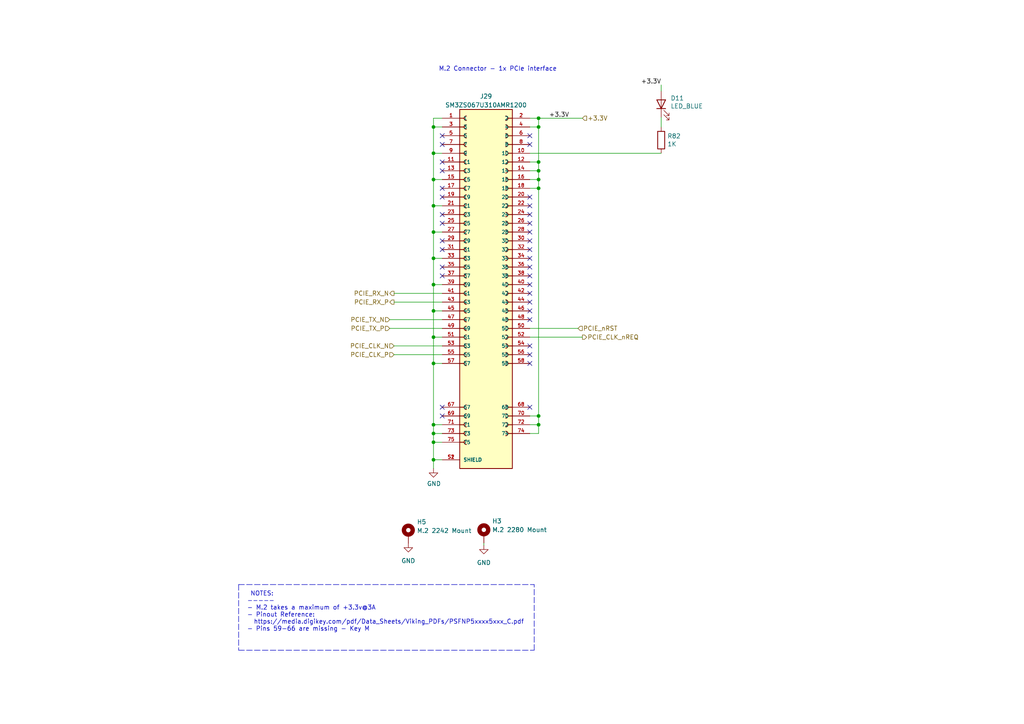
<source format=kicad_sch>
(kicad_sch (version 20230121) (generator eeschema)
  (paper "A4")
  (title_block (title "Penta-Pi") (date "2022-09-05") (rev "2.0") (comment 1 "fjc"))
  (lib_symbols
    (symbol "CM4IO:SM3ZS067U310AMR1200" (pin_names (offset 1.016))
      (property "Reference" "J" (at -7.62 51.562 0))
      (property "Value" "SM3ZS067U310AMR1200" (at -7.62 -55.88 0))
      (symbol "SM3ZS067U310AMR1200_0_0"
        (rectangle (start -7.62 -53.34) (end 7.62 50.8) (stroke (width 0.254)) (fill (type background)))
        (arc (start -5.715 -45.085) (mid -6.3473 -45.72) (end -5.715 -46.355) (stroke (width 0.254)))
        (arc (start -5.715 -42.545) (mid -6.3473 -43.18) (end -5.715 -43.815) (stroke (width 0.254)))
        (arc (start -5.715 -40.005) (mid -6.3473 -40.64) (end -5.715 -41.275) (stroke (width 0.254)))
        (arc (start -5.715 -37.465) (mid -6.3473 -38.1) (end -5.715 -38.735) (stroke (width 0.254)))
        (arc (start -5.715 -34.925) (mid -6.3473 -35.56) (end -5.715 -36.195) (stroke (width 0.254)))
        (arc (start -5.715 -22.225) (mid -6.3473 -22.86) (end -5.715 -23.495) (stroke (width 0.254)))
        (arc (start -5.715 -19.685) (mid -6.3473 -20.32) (end -5.715 -20.955) (stroke (width 0.254)))
        (arc (start -5.715 -17.145) (mid -6.3473 -17.78) (end -5.715 -18.415) (stroke (width 0.254)))
        (arc (start -5.715 -14.605) (mid -6.3473 -15.24) (end -5.715 -15.875) (stroke (width 0.254)))
        (arc (start -5.715 -12.065) (mid -6.3473 -12.7) (end -5.715 -13.335) (stroke (width 0.254)))
        (arc (start -5.715 -9.525) (mid -6.3473 -10.16) (end -5.715 -10.795) (stroke (width 0.254)))
        (arc (start -5.715 -6.985) (mid -6.3473 -7.62) (end -5.715 -8.255) (stroke (width 0.254)))
        (arc (start -5.715 -4.445) (mid -6.3473 -5.08) (end -5.715 -5.715) (stroke (width 0.254)))
        (arc (start -5.715 -1.905) (mid -6.3473 -2.54) (end -5.715 -3.175) (stroke (width 0.254)))
        (arc (start -5.715 0.635) (mid -6.3473 0) (end -5.715 -0.635) (stroke (width 0.254)))
        (arc (start -5.715 3.175) (mid -6.3473 2.54) (end -5.715 1.905) (stroke (width 0.254)))
        (arc (start -5.715 5.715) (mid -6.3473 5.08) (end -5.715 4.445) (stroke (width 0.254)))
        (arc (start -5.715 8.255) (mid -6.3473 7.62) (end -5.715 6.985) (stroke (width 0.254)))
        (arc (start -5.715 10.795) (mid -6.3473 10.16) (end -5.715 9.525) (stroke (width 0.254)))
        (arc (start -5.715 13.335) (mid -6.3473 12.7) (end -5.715 12.065) (stroke (width 0.254)))
        (arc (start -5.715 15.875) (mid -6.3473 15.24) (end -5.715 14.605) (stroke (width 0.254)))
        (arc (start -5.715 18.415) (mid -6.3473 17.78) (end -5.715 17.145) (stroke (width 0.254)))
        (arc (start -5.715 20.955) (mid -6.3473 20.32) (end -5.715 19.685) (stroke (width 0.254)))
        (arc (start -5.715 23.495) (mid -6.3473 22.86) (end -5.715 22.225) (stroke (width 0.254)))
        (arc (start -5.715 26.035) (mid -6.3473 25.4) (end -5.715 24.765) (stroke (width 0.254)))
        (arc (start -5.715 28.575) (mid -6.3473 27.94) (end -5.715 27.305) (stroke (width 0.254)))
        (arc (start -5.715 31.115) (mid -6.3473 30.48) (end -5.715 29.845) (stroke (width 0.254)))
        (arc (start -5.715 33.655) (mid -6.3473 33.02) (end -5.715 32.385) (stroke (width 0.254)))
        (arc (start -5.715 36.195) (mid -6.3473 35.56) (end -5.715 34.925) (stroke (width 0.254)))
        (arc (start -5.715 38.735) (mid -6.3473 38.1) (end -5.715 37.465) (stroke (width 0.254)))
        (arc (start -5.715 41.275) (mid -6.3473 40.64) (end -5.715 40.005) (stroke (width 0.254)))
        (arc (start -5.715 43.815) (mid -6.3473 43.18) (end -5.715 42.545) (stroke (width 0.254)))
        (arc (start -5.715 46.355) (mid -6.3473 45.72) (end -5.715 45.085) (stroke (width 0.254)))
        (arc (start -5.715 48.895) (mid -6.3473 48.26) (end -5.715 47.625) (stroke (width 0.254)))
        (polyline (pts (xy -7.62 -45.72) (xy -6.35 -45.72)) (stroke (width 0.254)))
        (polyline (pts (xy -7.62 -43.18) (xy -6.35 -43.18)) (stroke (width 0.254)))
        (polyline (pts (xy -7.62 -40.64) (xy -6.35 -40.64)) (stroke (width 0.254)))
        (polyline (pts (xy -7.62 -38.1) (xy -6.35 -38.1)) (stroke (width 0.254)))
        (polyline (pts (xy -7.62 -35.56) (xy -6.35 -35.56)) (stroke (width 0.254)))
        (polyline (pts (xy -7.62 -22.86) (xy -6.35 -22.86)) (stroke (width 0.254)))
        (polyline (pts (xy -7.62 -20.32) (xy -6.35 -20.32)) (stroke (width 0.254)))
        (polyline (pts (xy -7.62 -17.78) (xy -6.35 -17.78)) (stroke (width 0.254)))
        (polyline (pts (xy -7.62 -15.24) (xy -6.35 -15.24)) (stroke (width 0.254)))
        (polyline (pts (xy -7.62 -12.7) (xy -6.35 -12.7)) (stroke (width 0.254)))
        (polyline (pts (xy -7.62 -10.16) (xy -6.35 -10.16)) (stroke (width 0.254)))
        (polyline (pts (xy -7.62 -7.62) (xy -6.35 -7.62)) (stroke (width 0.254)))
        (polyline (pts (xy -7.62 -5.08) (xy -6.35 -5.08)) (stroke (width 0.254)))
        (polyline (pts (xy -7.62 -2.54) (xy -6.35 -2.54)) (stroke (width 0.254)))
        (polyline (pts (xy -7.62 0) (xy -6.35 0)) (stroke (width 0.254)))
        (polyline (pts (xy -7.62 2.54) (xy -6.35 2.54)) (stroke (width 0.254)))
        (polyline (pts (xy -7.62 5.08) (xy -6.35 5.08)) (stroke (width 0.254)))
        (polyline (pts (xy -7.62 7.62) (xy -6.35 7.62)) (stroke (width 0.254)))
        (polyline (pts (xy -7.62 10.16) (xy -6.35 10.16)) (stroke (width 0.254)))
        (polyline (pts (xy -7.62 12.7) (xy -6.35 12.7)) (stroke (width 0.254)))
        (polyline (pts (xy -7.62 15.24) (xy -6.35 15.24)) (stroke (width 0.254)))
        (polyline (pts (xy -7.62 17.78) (xy -6.35 17.78)) (stroke (width 0.254)))
        (polyline (pts (xy -7.62 20.32) (xy -6.35 20.32)) (stroke (width 0.254)))
        (polyline (pts (xy -7.62 22.86) (xy -6.35 22.86)) (stroke (width 0.254)))
        (polyline (pts (xy -7.62 25.4) (xy -6.35 25.4)) (stroke (width 0.254)))
        (polyline (pts (xy -7.62 27.94) (xy -6.35 27.94)) (stroke (width 0.254)))
        (polyline (pts (xy -7.62 30.48) (xy -6.35 30.48)) (stroke (width 0.254)))
        (polyline (pts (xy -7.62 33.02) (xy -6.35 33.02)) (stroke (width 0.254)))
        (polyline (pts (xy -7.62 35.56) (xy -6.35 35.56)) (stroke (width 0.254)))
        (polyline (pts (xy -7.62 38.1) (xy -6.35 38.1)) (stroke (width 0.254)))
        (polyline (pts (xy -7.62 40.64) (xy -6.35 40.64)) (stroke (width 0.254)))
        (polyline (pts (xy -7.62 43.18) (xy -6.35 43.18)) (stroke (width 0.254)))
        (polyline (pts (xy -7.62 45.72) (xy -6.35 45.72)) (stroke (width 0.254)))
        (polyline (pts (xy -7.62 48.26) (xy -6.35 48.26)) (stroke (width 0.254)))
        (polyline (pts (xy 7.62 -43.18) (xy 6.35 -43.18)) (stroke (width 0.254)))
        (polyline (pts (xy 7.62 -40.64) (xy 6.35 -40.64)) (stroke (width 0.254)))
        (polyline (pts (xy 7.62 -38.1) (xy 6.35 -38.1)) (stroke (width 0.254)))
        (polyline (pts (xy 7.62 -35.56) (xy 6.35 -35.56)) (stroke (width 0.254)))
        (polyline (pts (xy 7.62 -22.86) (xy 6.35 -22.86)) (stroke (width 0.254)))
        (polyline (pts (xy 7.62 -20.32) (xy 6.35 -20.32)) (stroke (width 0.254)))
        (polyline (pts (xy 7.62 -17.78) (xy 6.35 -17.78)) (stroke (width 0.254)))
        (polyline (pts (xy 7.62 -15.24) (xy 6.35 -15.24)) (stroke (width 0.254)))
        (polyline (pts (xy 7.62 -12.7) (xy 6.35 -12.7)) (stroke (width 0.254)))
        (polyline (pts (xy 7.62 -10.16) (xy 6.35 -10.16)) (stroke (width 0.254)))
        (polyline (pts (xy 7.62 -7.62) (xy 6.35 -7.62)) (stroke (width 0.254)))
        (polyline (pts (xy 7.62 -5.08) (xy 6.35 -5.08)) (stroke (width 0.254)))
        (polyline (pts (xy 7.62 -2.54) (xy 6.35 -2.54)) (stroke (width 0.254)))
        (polyline (pts (xy 7.62 0) (xy 6.35 0)) (stroke (width 0.254)))
        (polyline (pts (xy 7.62 2.54) (xy 6.35 2.54)) (stroke (width 0.254)))
        (polyline (pts (xy 7.62 5.08) (xy 6.35 5.08)) (stroke (width 0.254)))
        (polyline (pts (xy 7.62 7.62) (xy 6.35 7.62)) (stroke (width 0.254)))
        (polyline (pts (xy 7.62 10.16) (xy 6.35 10.16)) (stroke (width 0.254)))
        (polyline (pts (xy 7.62 12.7) (xy 6.35 12.7)) (stroke (width 0.254)))
        (polyline (pts (xy 7.62 15.24) (xy 6.35 15.24)) (stroke (width 0.254)))
        (polyline (pts (xy 7.62 17.78) (xy 6.35 17.78)) (stroke (width 0.254)))
        (polyline (pts (xy 7.62 20.32) (xy 6.35 20.32)) (stroke (width 0.254)))
        (polyline (pts (xy 7.62 22.86) (xy 6.35 22.86)) (stroke (width 0.254)))
        (polyline (pts (xy 7.62 25.4) (xy 6.35 25.4)) (stroke (width 0.254)))
        (polyline (pts (xy 7.62 27.94) (xy 6.35 27.94)) (stroke (width 0.254)))
        (polyline (pts (xy 7.62 30.48) (xy 6.35 30.48)) (stroke (width 0.254)))
        (polyline (pts (xy 7.62 33.02) (xy 6.35 33.02)) (stroke (width 0.254)))
        (polyline (pts (xy 7.62 35.56) (xy 6.35 35.56)) (stroke (width 0.254)))
        (polyline (pts (xy 7.62 38.1) (xy 6.35 38.1)) (stroke (width 0.254)))
        (polyline (pts (xy 7.62 40.64) (xy 6.35 40.64)) (stroke (width 0.254)))
        (polyline (pts (xy 7.62 43.18) (xy 6.35 43.18)) (stroke (width 0.254)))
        (polyline (pts (xy 7.62 45.72) (xy 6.35 45.72)) (stroke (width 0.254)))
        (polyline (pts (xy 7.62 48.26) (xy 6.35 48.26)) (stroke (width 0.254)))
        (arc (start 5.715 -43.815) (mid 6.3473 -43.18) (end 5.715 -42.545) (stroke (width 0.254)))
        (arc (start 5.715 -41.275) (mid 6.3473 -40.64) (end 5.715 -40.005) (stroke (width 0.254)))
        (arc (start 5.715 -38.735) (mid 6.3473 -38.1) (end 5.715 -37.465) (stroke (width 0.254)))
        (arc (start 5.715 -36.195) (mid 6.3473 -35.56) (end 5.715 -34.925) (stroke (width 0.254)))
        (arc (start 5.715 -23.495) (mid 6.3473 -22.86) (end 5.715 -22.225) (stroke (width 0.254)))
        (arc (start 5.715 -20.955) (mid 6.3473 -20.32) (end 5.715 -19.685) (stroke (width 0.254)))
        (arc (start 5.715 -18.415) (mid 6.3473 -17.78) (end 5.715 -17.145) (stroke (width 0.254)))
        (arc (start 5.715 -15.875) (mid 6.3473 -15.24) (end 5.715 -14.605) (stroke (width 0.254)))
        (arc (start 5.715 -13.335) (mid 6.3473 -12.7) (end 5.715 -12.065) (stroke (width 0.254)))
        (arc (start 5.715 -10.795) (mid 6.3473 -10.16) (end 5.715 -9.525) (stroke (width 0.254)))
        (arc (start 5.715 -8.255) (mid 6.3473 -7.62) (end 5.715 -6.985) (stroke (width 0.254)))
        (arc (start 5.715 -5.715) (mid 6.3473 -5.08) (end 5.715 -4.445) (stroke (width 0.254)))
        (arc (start 5.715 -3.175) (mid 6.3473 -2.54) (end 5.715 -1.905) (stroke (width 0.254)))
        (arc (start 5.715 -0.635) (mid 6.3473 0) (end 5.715 0.635) (stroke (width 0.254)))
        (arc (start 5.715 1.905) (mid 6.3473 2.54) (end 5.715 3.175) (stroke (width 0.254)))
        (arc (start 5.715 4.445) (mid 6.3473 5.08) (end 5.715 5.715) (stroke (width 0.254)))
        (arc (start 5.715 6.985) (mid 6.3473 7.62) (end 5.715 8.255) (stroke (width 0.254)))
        (arc (start 5.715 9.525) (mid 6.3473 10.16) (end 5.715 10.795) (stroke (width 0.254)))
        (arc (start 5.715 12.065) (mid 6.3473 12.7) (end 5.715 13.335) (stroke (width 0.254)))
        (arc (start 5.715 14.605) (mid 6.3473 15.24) (end 5.715 15.875) (stroke (width 0.254)))
        (arc (start 5.715 17.145) (mid 6.3473 17.78) (end 5.715 18.415) (stroke (width 0.254)))
        (arc (start 5.715 19.685) (mid 6.3473 20.32) (end 5.715 20.955) (stroke (width 0.254)))
        (arc (start 5.715 22.225) (mid 6.3473 22.86) (end 5.715 23.495) (stroke (width 0.254)))
        (arc (start 5.715 24.765) (mid 6.3473 25.4) (end 5.715 26.035) (stroke (width 0.254)))
        (arc (start 5.715 27.305) (mid 6.3473 27.94) (end 5.715 28.575) (stroke (width 0.254)))
        (arc (start 5.715 29.845) (mid 6.3473 30.48) (end 5.715 31.115) (stroke (width 0.254)))
        (arc (start 5.715 32.385) (mid 6.3473 33.02) (end 5.715 33.655) (stroke (width 0.254)))
        (arc (start 5.715 34.925) (mid 6.3473 35.56) (end 5.715 36.195) (stroke (width 0.254)))
        (arc (start 5.715 37.465) (mid 6.3473 38.1) (end 5.715 38.735) (stroke (width 0.254)))
        (arc (start 5.715 40.005) (mid 6.3473 40.64) (end 5.715 41.275) (stroke (width 0.254)))
        (arc (start 5.715 42.545) (mid 6.3473 43.18) (end 5.715 43.815) (stroke (width 0.254)))
        (arc (start 5.715 45.085) (mid 6.3473 45.72) (end 5.715 46.355) (stroke (width 0.254)))
        (arc (start 5.715 47.625) (mid 6.3473 48.26) (end 5.715 48.895) (stroke (width 0.254)))
        (pin passive line (at -12.7 48.26 0) (length 5.08) (name "1") (number "1"))
        (pin passive line (at 12.7 38.1 180) (length 5.08) (name "10") (number "10"))
        (pin passive line (at -12.7 35.56 0) (length 5.08) (name "11") (number "11"))
        (pin passive line (at 12.7 35.56 180) (length 5.08) (name "12") (number "12"))
        (pin passive line (at -12.7 33.02 0) (length 5.08) (name "13") (number "13"))
        (pin passive line (at 12.7 33.02 180) (length 5.08) (name "14") (number "14"))
        (pin passive line (at -12.7 30.48 0) (length 5.08) (name "15") (number "15"))
        (pin passive line (at 12.7 30.48 180) (length 5.08) (name "16") (number "16"))
        (pin passive line (at -12.7 27.94 0) (length 5.08) (name "17") (number "17"))
        (pin passive line (at 12.7 27.94 180) (length 5.08) (name "18") (number "18"))
        (pin passive line (at -12.7 25.4 0) (length 5.08) (name "19") (number "19"))
        (pin passive line (at 12.7 48.26 180) (length 5.08) (name "2") (number "2"))
        (pin passive line (at 12.7 25.4 180) (length 5.08) (name "20") (number "20"))
        (pin passive line (at -12.7 22.86 0) (length 5.08) (name "21") (number "21"))
        (pin passive line (at 12.7 22.86 180) (length 5.08) (name "22") (number "22"))
        (pin passive line (at -12.7 20.32 0) (length 5.08) (name "23") (number "23"))
        (pin passive line (at 12.7 20.32 180) (length 5.08) (name "24") (number "24"))
        (pin passive line (at -12.7 17.78 0) (length 5.08) (name "25") (number "25"))
        (pin passive line (at 12.7 17.78 180) (length 5.08) (name "26") (number "26"))
        (pin passive line (at -12.7 15.24 0) (length 5.08) (name "27") (number "27"))
        (pin passive line (at 12.7 15.24 180) (length 5.08) (name "28") (number "28"))
        (pin passive line (at -12.7 12.7 0) (length 5.08) (name "29") (number "29"))
        (pin passive line (at -12.7 45.72 0) (length 5.08) (name "3") (number "3"))
        (pin passive line (at 12.7 12.7 180) (length 5.08) (name "30") (number "30"))
        (pin passive line (at -12.7 10.16 0) (length 5.08) (name "31") (number "31"))
        (pin passive line (at 12.7 10.16 180) (length 5.08) (name "32") (number "32"))
        (pin passive line (at -12.7 7.62 0) (length 5.08) (name "33") (number "33"))
        (pin passive line (at 12.7 7.62 180) (length 5.08) (name "34") (number "34"))
        (pin passive line (at -12.7 5.08 0) (length 5.08) (name "35") (number "35"))
        (pin passive line (at 12.7 5.08 180) (length 5.08) (name "36") (number "36"))
        (pin passive line (at -12.7 2.54 0) (length 5.08) (name "37") (number "37"))
        (pin passive line (at 12.7 2.54 180) (length 5.08) (name "38") (number "38"))
        (pin passive line (at -12.7 0 0) (length 5.08) (name "39") (number "39"))
        (pin passive line (at 12.7 45.72 180) (length 5.08) (name "4") (number "4"))
        (pin passive line (at 12.7 0 180) (length 5.08) (name "40") (number "40"))
        (pin passive line (at -12.7 -2.54 0) (length 5.08) (name "41") (number "41"))
        (pin passive line (at 12.7 -2.54 180) (length 5.08) (name "42") (number "42"))
        (pin passive line (at -12.7 -5.08 0) (length 5.08) (name "43") (number "43"))
        (pin passive line (at 12.7 -5.08 180) (length 5.08) (name "44") (number "44"))
        (pin passive line (at -12.7 -7.62 0) (length 5.08) (name "45") (number "45"))
        (pin passive line (at 12.7 -7.62 180) (length 5.08) (name "46") (number "46"))
        (pin passive line (at -12.7 -10.16 0) (length 5.08) (name "47") (number "47"))
        (pin passive line (at 12.7 -10.16 180) (length 5.08) (name "48") (number "48"))
        (pin passive line (at -12.7 -12.7 0) (length 5.08) (name "49") (number "49"))
        (pin passive line (at -12.7 43.18 0) (length 5.08) (name "5") (number "5"))
        (pin passive line (at 12.7 -12.7 180) (length 5.08) (name "50") (number "50"))
        (pin passive line (at -12.7 -15.24 0) (length 5.08) (name "51") (number "51"))
        (pin passive line (at 12.7 -15.24 180) (length 5.08) (name "52") (number "52"))
        (pin passive line (at -12.7 -17.78 0) (length 5.08) (name "53") (number "53"))
        (pin passive line (at 12.7 -17.78 180) (length 5.08) (name "54") (number "54"))
        (pin passive line (at -12.7 -20.32 0) (length 5.08) (name "55") (number "55"))
        (pin passive line (at 12.7 -20.32 180) (length 5.08) (name "56") (number "56"))
        (pin passive line (at -12.7 -22.86 0) (length 5.08) (name "57") (number "57"))
        (pin passive line (at 12.7 -22.86 180) (length 5.08) (name "58") (number "58"))
        (pin passive line (at 12.7 43.18 180) (length 5.08) (name "6") (number "6"))
        (pin passive line (at -12.7 -35.56 0) (length 5.08) (name "67") (number "67"))
        (pin passive line (at 12.7 -35.56 180) (length 5.08) (name "68") (number "68"))
        (pin passive line (at -12.7 -38.1 0) (length 5.08) (name "69") (number "69"))
        (pin passive line (at -12.7 40.64 0) (length 5.08) (name "7") (number "7"))
        (pin passive line (at 12.7 -38.1 180) (length 5.08) (name "70") (number "70"))
        (pin passive line (at -12.7 -40.64 0) (length 5.08) (name "71") (number "71"))
        (pin passive line (at 12.7 -40.64 180) (length 5.08) (name "72") (number "72"))
        (pin passive line (at -12.7 -43.18 0) (length 5.08) (name "73") (number "73"))
        (pin passive line (at 12.7 -43.18 180) (length 5.08) (name "74") (number "74"))
        (pin passive line (at -12.7 -45.72 0) (length 5.08) (name "75") (number "75"))
        (pin passive line (at 12.7 40.64 180) (length 5.08) (name "8") (number "8"))
        (pin passive line (at -12.7 38.1 0) (length 5.08) (name "9") (number "9"))
        (pin passive line (at -12.7 -50.8 0) (length 5.08) (name "SHIELD") (number "S1"))
        (pin passive line (at -12.7 -50.8 0) (length 5.08) (name "SHIELD") (number "S2"))
      )
    )
    (symbol "Device:LED" (pin_numbers hide) (pin_names hide)
      (property "Reference" "D" (at 0 2.54 0))
      (property "Value" "LED" (at 0 -2.54 0))
      (symbol "LED_0_1"
        (polyline (pts (xy -1.27 -1.27) (xy -1.27 1.27)) (stroke (width 0.254)))
        (polyline (pts (xy -1.27 0) (xy 1.27 0)))
        (polyline (pts (xy 1.27 -1.27) (xy 1.27 1.27) (xy -1.27 0) (xy 1.27 -1.27)) (stroke (width 0.254)))
        (polyline (pts (xy -3.048 -0.762) (xy -4.572 -2.286) (xy -3.81 -2.286) (xy -4.572 -2.286) (xy -4.572 -1.524)))
        (polyline (pts (xy -1.778 -0.762) (xy -3.302 -2.286) (xy -2.54 -2.286) (xy -3.302 -2.286) (xy -3.302 -1.524)))
      )
      (symbol "LED_1_1"
        (pin passive line (at -3.81 0 0) (length 2.54) (name "K") (number "1"))
        (pin passive line (at 3.81 0 180) (length 2.54) (name "A") (number "2"))
      )
    )
    (symbol "Device:R" (pin_numbers hide) (pin_names (offset 0))
      (property "Reference" "R" (at 2.032 0 90))
      (property "Value" "R" (at 0 0 90))
      (symbol "R_0_1"
        (rectangle (start -1.016 -2.54) (end 1.016 2.54) (stroke (width 0.254)))
      )
      (symbol "R_1_1"
        (pin passive line (at 0 3.81 270) (length 1.27) (name "~") (number "1"))
        (pin passive line (at 0 -3.81 90) (length 1.27) (name "~") (number "2"))
      )
    )
    (symbol "Mechanical:MountingHole_Pad" (pin_numbers hide) (pin_names (offset 1.016) hide)
      (property "Reference" "H" (at 0 6.35 0))
      (property "Value" "MountingHole_Pad" (at 0 4.445 0))
      (symbol "MountingHole_Pad_0_1"
        (circle (center 0 1.27) (radius 1.27) (stroke (width 1.27)))
      )
      (symbol "MountingHole_Pad_1_1"
        (pin input line (at 0 -2.54 90) (length 2.54) (name "1") (number "1"))
      )
    )
    (symbol "power:GND" (power) (pin_names (offset 0))
      (property "Value" "GND" (at 0 -3.81 0))
      (symbol "GND_0_1"
        (polyline (pts (xy 0 0) (xy 0 -1.27) (xy 1.27 -1.27) (xy 0 -2.54) (xy -1.27 -1.27) (xy 0 -1.27)))
      )
      (symbol "GND_1_1"
        (pin power_in line (at 0 0 270) (length 0) hide (name "GND") (number "1"))
      )
    )
  )
  (junction (at 125.73 52.07) (diameter 0.9144))
  (junction (at 125.73 133.35) (diameter 0.9144))
  (junction (at 125.73 59.69) (diameter 0.9144))
  (junction (at 125.73 67.31) (diameter 0.9144))
  (junction (at 156.21 34.29) (diameter 0.9144))
  (junction (at 125.73 123.19) (diameter 0.9144))
  (junction (at 156.21 36.83) (diameter 0.9144))
  (junction (at 125.73 97.79) (diameter 0.9144))
  (junction (at 156.21 123.19) (diameter 0.9144))
  (junction (at 125.73 128.27) (diameter 0.9144))
  (junction (at 125.73 44.45) (diameter 0.9144))
  (junction (at 156.21 46.99) (diameter 0.9144))
  (junction (at 156.21 52.07) (diameter 0.9144))
  (junction (at 156.21 120.65) (diameter 0.9144))
  (junction (at 125.73 125.73) (diameter 0.9144))
  (junction (at 125.73 82.55) (diameter 0.9144))
  (junction (at 125.73 90.17) (diameter 0.9144))
  (junction (at 156.21 49.53) (diameter 0.9144))
  (junction (at 125.73 36.83) (diameter 0.9144))
  (junction (at 125.73 105.41) (diameter 0.9144))
  (junction (at 125.73 74.93) (diameter 0.9144))
  (junction (at 156.21 54.61) (diameter 0.9144))
  (no_connect (at 128.27 118.11))
  (no_connect (at 128.27 39.37))
  (no_connect (at 128.27 41.91))
  (no_connect (at 128.27 46.99))
  (no_connect (at 128.27 49.53))
  (no_connect (at 128.27 54.61))
  (no_connect (at 128.27 57.15))
  (no_connect (at 128.27 62.23))
  (no_connect (at 128.27 64.77))
  (no_connect (at 128.27 69.85))
  (no_connect (at 128.27 72.39))
  (no_connect (at 128.27 77.47))
  (no_connect (at 128.27 80.01))
  (no_connect (at 153.67 39.37))
  (no_connect (at 153.67 41.91))
  (no_connect (at 153.67 57.15))
  (no_connect (at 153.67 59.69))
  (no_connect (at 153.67 62.23))
  (no_connect (at 153.67 64.77))
  (no_connect (at 153.67 67.31))
  (no_connect (at 153.67 69.85))
  (no_connect (at 153.67 72.39))
  (no_connect (at 153.67 74.93))
  (no_connect (at 153.67 77.47))
  (no_connect (at 153.67 80.01))
  (no_connect (at 153.67 82.55))
  (no_connect (at 153.67 85.09))
  (no_connect (at 153.67 87.63))
  (no_connect (at 153.67 90.17))
  (no_connect (at 153.67 92.71))
  (no_connect (at 153.67 100.33))
  (no_connect (at 153.67 102.87))
  (no_connect (at 153.67 105.41))
  (no_connect (at 128.27 120.65))
  (no_connect (at 153.67 118.11))
  (wire (pts (xy 128.27 87.63) (xy 114.3 87.63)))
  (wire (pts (xy 153.67 120.65) (xy 156.21 120.65)))
  (wire (pts (xy 128.27 100.33) (xy 114.3 100.33)))
  (wire (pts (xy 153.67 95.25) (xy 167.64 95.25)))
  (wire (pts (xy 156.21 54.61) (xy 156.21 120.65)))
  (wire (pts (xy 156.21 120.65) (xy 156.21 123.19)))
  (wire (pts (xy 156.21 123.19) (xy 156.21 125.73)))
  (wire (pts (xy 156.21 125.73) (xy 153.67 125.73)))
  (polyline (pts (xy 69.215 169.545) (xy 69.215 188.595)) (stroke (width 0) (type dash)))
  (polyline (pts (xy 69.215 169.545) (xy 154.94 169.545)) (stroke (width 0) (type dash)))
  (polyline (pts (xy 69.215 188.595) (xy 154.94 188.595)) (stroke (width 0) (type dash)))
  (polyline (pts (xy 154.94 188.595) (xy 154.94 169.545)) (stroke (width 0) (type dash)))
  (wire (pts (xy 125.73 34.29) (xy 125.73 36.83)))
  (wire (pts (xy 125.73 36.83) (xy 128.27 36.83)))
  (wire (pts (xy 128.27 34.29) (xy 125.73 34.29)))
  (wire (pts (xy 128.27 82.55) (xy 125.73 82.55)))
  (wire (pts (xy 153.67 97.79) (xy 168.91 97.79)))
  (wire (pts (xy 128.27 105.41) (xy 125.73 105.41)))
  (wire (pts (xy 153.67 123.19) (xy 156.21 123.19)))
  (wire (pts (xy 153.67 54.61) (xy 156.21 54.61)))
  (wire (pts (xy 156.21 54.61) (xy 156.21 52.07)))
  (wire (pts (xy 128.27 123.19) (xy 125.73 123.19)))
  (wire (pts (xy 153.67 49.53) (xy 156.21 49.53)))
  (wire (pts (xy 128.27 85.09) (xy 114.3 85.09)))
  (wire (pts (xy 128.27 92.71) (xy 113.03 92.71)))
  (wire (pts (xy 153.67 44.45) (xy 191.77 44.45)))
  (wire (pts (xy 128.27 52.07) (xy 125.73 52.07)))
  (wire (pts (xy 128.27 133.35) (xy 125.73 133.35)))
  (wire (pts (xy 128.27 44.45) (xy 125.73 44.45)))
  (wire (pts (xy 128.27 90.17) (xy 125.73 90.17)))
  (wire (pts (xy 153.67 34.29) (xy 156.21 34.29)))
  (wire (pts (xy 156.21 34.29) (xy 168.91 34.29)))
  (wire (pts (xy 125.73 44.45) (xy 125.73 36.83)))
  (wire (pts (xy 125.73 52.07) (xy 125.73 44.45)))
  (wire (pts (xy 125.73 59.69) (xy 125.73 52.07)))
  (wire (pts (xy 125.73 67.31) (xy 125.73 59.69)))
  (wire (pts (xy 125.73 74.93) (xy 125.73 67.31)))
  (wire (pts (xy 125.73 82.55) (xy 125.73 74.93)))
  (wire (pts (xy 125.73 90.17) (xy 125.73 82.55)))
  (wire (pts (xy 125.73 97.79) (xy 125.73 90.17)))
  (wire (pts (xy 125.73 105.41) (xy 125.73 97.79)))
  (wire (pts (xy 125.73 123.19) (xy 125.73 105.41)))
  (wire (pts (xy 125.73 125.73) (xy 125.73 123.19)))
  (wire (pts (xy 125.73 128.27) (xy 125.73 125.73)))
  (wire (pts (xy 125.73 133.35) (xy 125.73 128.27)))
  (wire (pts (xy 125.73 135.89) (xy 125.73 133.35)))
  (wire (pts (xy 156.21 36.83) (xy 156.21 34.29)))
  (wire (pts (xy 156.21 36.83) (xy 156.21 46.99)))
  (wire (pts (xy 156.21 46.99) (xy 153.67 46.99)))
  (wire (pts (xy 128.27 125.73) (xy 125.73 125.73)))
  (wire (pts (xy 128.27 67.31) (xy 125.73 67.31)))
  (wire (pts (xy 128.27 95.25) (xy 113.03 95.25)))
  (wire (pts (xy 191.77 34.036) (xy 191.77 36.83)))
  (wire (pts (xy 156.21 46.99) (xy 156.21 49.53)))
  (wire (pts (xy 156.21 49.53) (xy 156.21 52.07)))
  (wire (pts (xy 156.21 52.07) (xy 153.67 52.07)))
  (wire (pts (xy 128.27 59.69) (xy 125.73 59.69)))
  (wire (pts (xy 128.27 74.93) (xy 125.73 74.93)))
  (wire (pts (xy 191.77 24.638) (xy 191.77 26.416)))
  (wire (pts (xy 128.27 128.27) (xy 125.73 128.27)))
  (wire (pts (xy 140.335 158.115) (xy 140.335 157.48)))
  (wire (pts (xy 156.21 36.83) (xy 153.67 36.83)))
  (wire (pts (xy 128.27 97.79) (xy 125.73 97.79)))
  (wire (pts (xy 128.27 102.87) (xy 114.3 102.87)))
  (text " NOTES:\n-----\n- M.2 takes a maximum of +3.3v@3A\n- Pinout Reference:\n  https://media.digikey.com/pdf/Data_Sheets/Viking_PDFs/PSFNP5xxxx5xxx_C.pdf \n- Pins 59-66 are missing - Key M" (at 71.628 183.261 0) (effects (font (size 1.27 1.27)) (justify left bottom)))
  (text "M.2 Connector - 1x PCIe interface" (at 161.544 20.828 0) (effects (font (size 1.27 1.27)) (justify right bottom)))
  (label "+3.3V" (at 191.77 24.638 180))
  (label "+3.3V" (at 165.1 34.29 180))
  (hierarchical_label "PCIE_TX_P" (shape input) (at 113.03 95.25 180))
  (hierarchical_label "PCIE_CLK_nREQ" (shape output) (at 168.91 97.79 0))
  (hierarchical_label "PCIE_TX_N" (shape input) (at 113.03 92.71 180))
  (hierarchical_label "PCIE_CLK_N" (shape input) (at 114.3 100.33 180))
  (hierarchical_label "PCIE_RX_P" (shape output) (at 114.3 87.63 180))
  (hierarchical_label "PCIE_RX_N" (shape output) (at 114.3 85.09 180))
  (hierarchical_label "PCIE_nRST" (shape input) (at 167.64 95.25 0))
  (hierarchical_label "PCIE_CLK_P" (shape input) (at 114.3 102.87 180))
  (hierarchical_label "+3.3V" (shape input) (at 168.91 34.29 0))
  (symbol (lib_id "power:GND") (at 125.73 135.89 0) (unit 1)
    (property "Reference" "#PWR084" (effects hide))
    (property "Value" "GND" (at 125.857 140.2842 0))
  )
  (symbol (lib_id "Mechanical:MountingHole_Pad") (at 118.4297 155.036 0) (unit 1)
    (property "Reference" "H5" (at 120.904 151.384 0) (effects (justify left)))
    (property "Value" "M.2 2242 Mount" (at 120.904 153.924 0) (effects (justify left)))
    (property "Footprint" "CM4IO:M.2_Standoff" (effects hide))
    (property "Datasheet" "https://www.mouser.com/datasheet/2/206/B-0261-5E_SM3-1101671.pdf" (effects hide))
    (property "Manuf Partno" "SM3ZS067U310-NUT1 " (effects hide))
    (property "Part Description" "1.45MM M2 Mounting nut SMT" (effects hide))
  )
  (symbol (lib_id "CM4IO:SM3ZS067U310AMR1200") (at 140.97 82.55 0) (unit 1)
    (property "Reference" "J29" (at 140.97 27.94 0))
    (property "Value" "SM3ZS067U310AMR1200" (at 140.97 30.48 0))
    (property "Footprint" "CM4IO:JAE_SM3ZS067U310AMR1200" (effects hide))
    (property "Datasheet" "https://www.mouser.com/datasheet/2/206/B-0261-5E_SM3-1101671.pdf" (effects hide))
    (property "Part Description" "M.2 Key M connector" (effects hide))
    (property "LCSC Part Number" "C4527433" (effects hide))
    (property "Manuf Partno" "SM3ZS067U310AMR1200" (effects hide))
  )
  (symbol (lib_id "Device:LED") (at 191.77 30.226 90) (unit 1)
    (property "Reference" "D11" (at 194.4878 28.4734 90) (effects (justify right)))
    (property "Value" "LED_BLUE" (at 194.4878 30.7848 90) (effects (justify right)))
    (property "Footprint" "LED_SMD:LED_0805_2012Metric_Pad1.15x1.40mm_HandSolder" (effects hide))
    (property "Datasheet" "http://optoelectronics.liteon.com/upload/download/DS22-2000-210/LTST-S270KRKT.pdf" (effects hide))
    (property "LCSC Part Number" "C99870" (effects hide))
  )
  (symbol (lib_id "Mechanical:MountingHole_Pad") (at 140.335 154.94 0) (unit 1)
    (property "Reference" "H3" (at 142.748 151.13 0) (effects (justify left)))
    (property "Value" "M.2 2280 Mount" (at 142.748 153.67 0) (effects (justify left)))
    (property "Footprint" "CM4IO:M.2_Standoff" (effects hide))
    (property "Datasheet" "https://www.mouser.com/datasheet/2/206/B-0261-5E_SM3-1101671.pdf" (effects hide))
    (property "Manuf Partno" "SM3ZS067U310-NUT1 " (effects hide))
    (property "Part Description" "1.45MM M2 Mounting nut SMT" (effects hide))
  )
  (symbol (lib_id "power:GND") (at 118.4297 157.576 0) (mirror y) (unit 1)
    (property "Reference" "#PWR0157" (effects hide))
    (property "Value" "GND" (at 118.4297 162.656 0))
  )
  (symbol (lib_id "Device:R") (at 191.77 40.64 0) (unit 1)
    (property "Reference" "R82" (at 193.548 39.4716 0) (effects (justify left)))
    (property "Value" "1K" (at 193.548 41.783 0) (effects (justify left)))
    (property "Footprint" "Resistor_SMD:R_0603_1608Metric" (effects hide))
    (property "LCSC Part Number" "C21190" (effects hide))
  )
  (symbol (lib_id "power:GND") (at 140.335 158.115 0) (mirror y) (unit 1)
    (property "Reference" "#PWR0143" (effects hide))
    (property "Value" "GND" (at 140.335 163.195 0))
  )
)
</source>
